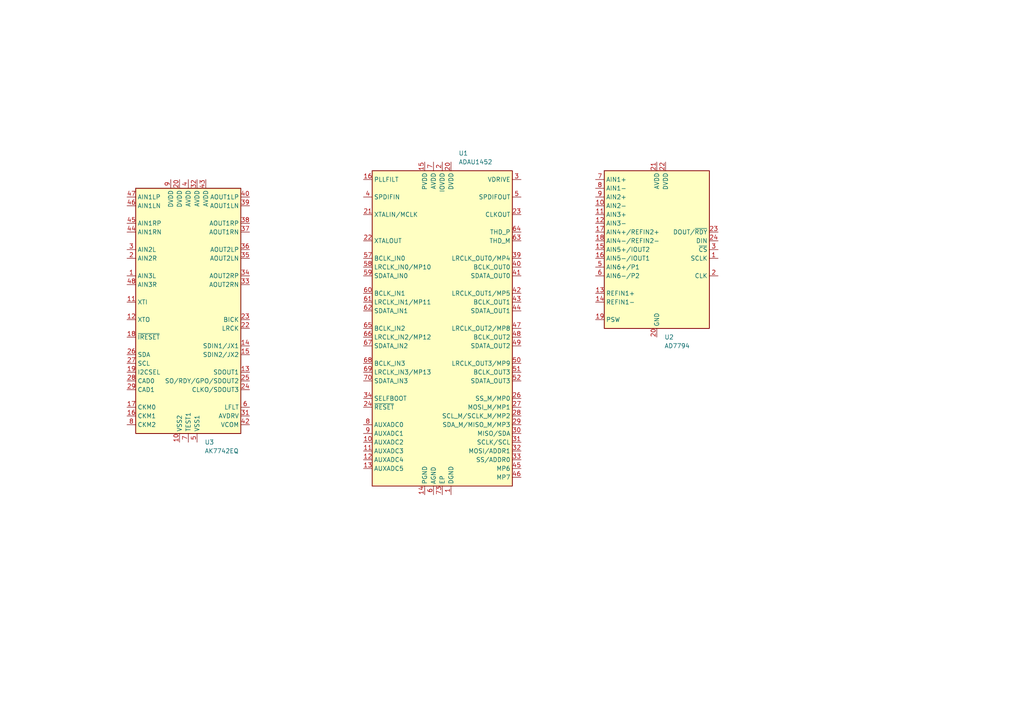
<source format=kicad_sch>
(kicad_sch (version 20230121) (generator eeschema)
  (paper "A4")
  (lib_symbols
    (symbol "Analog_ADC:AD7794"
      (property "Reference" "U" (at -15.24 24.13 0))
      (property "Value" "AD7794" (at 7.62 24.13 0))
      (symbol "AD7794_0_1"
        (rectangle (start -15.24 22.86) (end 15.24 -22.86) (stroke (width 0.254)) (fill (type background)))
      )
      (symbol "AD7794_1_1"
        (pin input line (at 17.78 -2.54 180) (length 2.54) (name "SCLK") (number "1"))
        (pin input line (at -17.78 12.7 0) (length 2.54) (name "AIN2-") (number "10"))
        (pin input line (at -17.78 10.16 0) (length 2.54) (name "AIN3+") (number "11"))
        (pin input line (at -17.78 7.62 0) (length 2.54) (name "AIN3-") (number "12"))
        (pin input line (at -17.78 -12.7 0) (length 2.54) (name "REFIN1+") (number "13"))
        (pin input line (at -17.78 -15.24 0) (length 2.54) (name "REFIN1-") (number "14"))
        (pin input line (at -17.78 0 0) (length 2.54) (name "AIN5+/IOUT2") (number "15"))
        (pin input line (at -17.78 -2.54 0) (length 2.54) (name "AIN5-/IOUT1") (number "16"))
        (pin input line (at -17.78 5.08 0) (length 2.54) (name "AIN4+/REFIN2+") (number "17"))
        (pin input line (at -17.78 2.54 0) (length 2.54) (name "AIN4-/REFIN2-") (number "18"))
        (pin passive line (at -17.78 -20.32 0) (length 2.54) (name "PSW") (number "19"))
        (pin bidirectional line (at 17.78 -7.62 180) (length 2.54) (name "CLK") (number "2"))
        (pin power_in line (at 0 -25.4 90) (length 2.54) (name "GND") (number "20"))
        (pin power_in line (at 0 25.4 270) (length 2.54) (name "AVDD") (number "21"))
        (pin power_in line (at 2.54 25.4 270) (length 2.54) (name "DVDD") (number "22"))
        (pin output line (at 17.78 5.08 180) (length 2.54) (name "DOUT/~{RDY}") (number "23"))
        (pin input line (at 17.78 2.54 180) (length 2.54) (name "DIN") (number "24"))
        (pin input line (at 17.78 0 180) (length 2.54) (name "~{CS}") (number "3"))
        (pin no_connect line (at 15.24 -20.32 180) (length 2.54) hide (name "NC") (number "4"))
        (pin input line (at -17.78 -5.08 0) (length 2.54) (name "AIN6+/P1") (number "5"))
        (pin input line (at -17.78 -7.62 0) (length 2.54) (name "AIN6-/P2") (number "6"))
        (pin input line (at -17.78 20.32 0) (length 2.54) (name "AIN1+") (number "7"))
        (pin input line (at -17.78 17.78 0) (length 2.54) (name "AIN1-") (number "8"))
        (pin input line (at -17.78 15.24 0) (length 2.54) (name "AIN2+") (number "9"))
      )
    )
    (symbol "Audio:AK7742EQ"
      (property "Reference" "U" (at -15.24 36.83 0))
      (property "Value" "AK7742EQ" (at 13.97 36.83 0))
      (symbol "AK7742EQ_0_1"
        (rectangle (start -15.24 35.56) (end 15.24 -35.56) (stroke (width 0.254)) (fill (type background)))
      )
      (symbol "AK7742EQ_1_1"
        (pin input line (at -17.78 10.16 0) (length 2.54) (name "AIN3L") (number "1"))
        (pin power_in line (at -2.54 -38.1 90) (length 2.54) (name "VSS2") (number "10"))
        (pin input line (at -17.78 2.54 0) (length 2.54) (name "XTI") (number "11"))
        (pin output line (at -17.78 -2.54 0) (length 2.54) (name "XTO") (number "12"))
        (pin output line (at 17.78 -17.78 180) (length 2.54) (name "SDOUT1") (number "13"))
        (pin input line (at 17.78 -10.16 180) (length 2.54) (name "SDIN1/JX1") (number "14"))
        (pin input line (at 17.78 -12.7 180) (length 2.54) (name "SDIN2/JX2") (number "15"))
        (pin input line (at -17.78 -30.48 0) (length 2.54) (name "CKM1") (number "16"))
        (pin input line (at -17.78 -27.94 0) (length 2.54) (name "CKM0") (number "17"))
        (pin input line (at -17.78 -7.62 0) (length 2.54) (name "~{IRESET}") (number "18"))
        (pin input line (at -17.78 -17.78 0) (length 2.54) (name "I2CSEL") (number "19"))
        (pin input line (at -17.78 15.24 0) (length 2.54) (name "AIN2R") (number "2"))
        (pin power_in line (at -2.54 38.1 270) (length 2.54) (name "DVDD") (number "20"))
        (pin passive line (at -2.54 -38.1 90) (length 2.54) hide (name "VSS2") (number "21"))
        (pin bidirectional line (at 17.78 -5.08 180) (length 2.54) (name "LRCK") (number "22"))
        (pin bidirectional line (at 17.78 -2.54 180) (length 2.54) (name "BICK") (number "23"))
        (pin output line (at 17.78 -22.86 180) (length 2.54) (name "CLKO/SDOUT3") (number "24"))
        (pin output line (at 17.78 -20.32 180) (length 2.54) (name "SO/RDY/GPO/SDOUT2") (number "25"))
        (pin bidirectional line (at -17.78 -12.7 0) (length 2.54) (name "SDA") (number "26"))
        (pin input line (at -17.78 -15.24 0) (length 2.54) (name "SCL") (number "27"))
        (pin input line (at -17.78 -20.32 0) (length 2.54) (name "CAD0") (number "28"))
        (pin input line (at -17.78 -22.86 0) (length 2.54) (name "CAD1") (number "29"))
        (pin input line (at -17.78 17.78 0) (length 2.54) (name "AIN2L") (number "3"))
        (pin passive line (at 2.54 -38.1 90) (length 2.54) hide (name "VSS1") (number "30"))
        (pin passive line (at 17.78 -30.48 180) (length 2.54) (name "AVDRV") (number "31"))
        (pin power_in line (at 2.54 38.1 270) (length 2.54) (name "AVDD") (number "32"))
        (pin output line (at 17.78 7.62 180) (length 2.54) (name "AOUT2RN") (number "33"))
        (pin output line (at 17.78 10.16 180) (length 2.54) (name "AOUT2RP") (number "34"))
        (pin output line (at 17.78 15.24 180) (length 2.54) (name "AOUT2LN") (number "35"))
        (pin output line (at 17.78 17.78 180) (length 2.54) (name "AOUT2LP") (number "36"))
        (pin output line (at 17.78 22.86 180) (length 2.54) (name "AOUT1RN") (number "37"))
        (pin output line (at 17.78 25.4 180) (length 2.54) (name "AOUT1RP") (number "38"))
        (pin output line (at 17.78 30.48 180) (length 2.54) (name "AOUT1LN") (number "39"))
        (pin power_in line (at 0 38.1 270) (length 2.54) (name "AVDD") (number "4"))
        (pin output line (at 17.78 33.02 180) (length 2.54) (name "AOUT1LP") (number "40"))
        (pin passive line (at 2.54 -38.1 90) (length 2.54) hide (name "VSS1") (number "41"))
        (pin passive line (at 17.78 -33.02 180) (length 2.54) (name "VCOM") (number "42"))
        (pin power_in line (at 5.08 38.1 270) (length 2.54) (name "AVDD") (number "43"))
        (pin input line (at -17.78 22.86 0) (length 2.54) (name "AIN1RN") (number "44"))
        (pin input line (at -17.78 25.4 0) (length 2.54) (name "AIN1RP") (number "45"))
        (pin input line (at -17.78 30.48 0) (length 2.54) (name "AIN1LN") (number "46"))
        (pin input line (at -17.78 33.02 0) (length 2.54) (name "AIN1LP") (number "47"))
        (pin input line (at -17.78 7.62 0) (length 2.54) (name "AIN3R") (number "48"))
        (pin power_in line (at 2.54 -38.1 90) (length 2.54) (name "VSS1") (number "5"))
        (pin passive line (at 17.78 -27.94 180) (length 2.54) (name "LFLT") (number "6"))
        (pin passive line (at 0 -38.1 90) (length 2.54) (name "TEST1") (number "7"))
        (pin input line (at -17.78 -33.02 0) (length 2.54) (name "CKM2") (number "8"))
        (pin power_in line (at -5.08 38.1 270) (length 2.54) (name "DVDD") (number "9"))
      )
    )
    (symbol "DSP_AnalogDevices:ADAU1452"
      (property "Reference" "U" (at -17.78 46.99 0))
      (property "Value" "ADAU1452" (at 15.24 46.99 0))
      (symbol "ADAU1452_0_1"
        (rectangle (start -20.32 45.72) (end 20.32 -45.72) (stroke (width 0.254)) (fill (type background)))
      )
      (symbol "ADAU1452_1_1"
        (pin power_in line (at 2.54 -48.26 90) (length 2.54) (name "DGND") (number "1"))
        (pin input line (at -22.86 -33.02 0) (length 2.54) (name "AUXADC2") (number "10"))
        (pin input line (at -22.86 -35.56 0) (length 2.54) (name "AUXADC3") (number "11"))
        (pin input line (at -22.86 -38.1 0) (length 2.54) (name "AUXADC4") (number "12"))
        (pin input line (at -22.86 -40.64 0) (length 2.54) (name "AUXADC5") (number "13"))
        (pin power_in line (at -5.08 -48.26 90) (length 2.54) (name "PGND") (number "14"))
        (pin power_in line (at -5.08 48.26 270) (length 2.54) (name "PVDD") (number "15"))
        (pin passive line (at -22.86 43.18 0) (length 2.54) (name "PLLFILT") (number "16"))
        (pin passive line (at 2.54 -48.26 90) (length 2.54) hide (name "DGND") (number "17"))
        (pin passive line (at 0 48.26 270) (length 2.54) hide (name "IOVDD") (number "18"))
        (pin passive line (at 2.54 -48.26 90) (length 2.54) hide (name "DGND") (number "19"))
        (pin power_in line (at 0 48.26 270) (length 2.54) (name "IOVDD") (number "2"))
        (pin power_in line (at 2.54 48.26 270) (length 2.54) (name "DVDD") (number "20"))
        (pin input line (at -22.86 33.02 0) (length 2.54) (name "XTALIN/MCLK") (number "21"))
        (pin output line (at -22.86 25.4 0) (length 2.54) (name "XTALOUT") (number "22"))
        (pin output line (at 22.86 33.02 180) (length 2.54) (name "CLKOUT") (number "23"))
        (pin input line (at -22.86 -22.86 0) (length 2.54) (name "~{RESET}") (number "24"))
        (pin passive line (at 2.54 -48.26 90) (length 2.54) hide (name "DGND") (number "25"))
        (pin bidirectional line (at 22.86 -20.32 180) (length 2.54) (name "SS_M/MP0") (number "26"))
        (pin bidirectional line (at 22.86 -22.86 180) (length 2.54) (name "MOSI_M/MP1") (number "27"))
        (pin bidirectional line (at 22.86 -25.4 180) (length 2.54) (name "SCL_M/SCLK_M/MP2") (number "28"))
        (pin bidirectional line (at 22.86 -27.94 180) (length 2.54) (name "SDA_M/MISO_M/MP3") (number "29"))
        (pin output line (at 22.86 43.18 180) (length 2.54) (name "VDRIVE") (number "3"))
        (pin bidirectional line (at 22.86 -30.48 180) (length 2.54) (name "MISO/SDA") (number "30"))
        (pin input line (at 22.86 -33.02 180) (length 2.54) (name "SCLK/SCL") (number "31"))
        (pin input line (at 22.86 -35.56 180) (length 2.54) (name "MOSI/ADDR1") (number "32"))
        (pin input line (at 22.86 -38.1 180) (length 2.54) (name "SS/ADDR0") (number "33"))
        (pin input line (at -22.86 -20.32 0) (length 2.54) (name "SELFBOOT") (number "34"))
        (pin passive line (at 2.54 48.26 270) (length 2.54) hide (name "DVDD") (number "35"))
        (pin passive line (at 2.54 -48.26 90) (length 2.54) hide (name "DGND") (number "36"))
        (pin passive line (at 2.54 -48.26 90) (length 2.54) hide (name "DGND") (number "37"))
        (pin passive line (at 0 48.26 270) (length 2.54) hide (name "IOVDD") (number "38"))
        (pin bidirectional line (at 22.86 20.32 180) (length 2.54) (name "LRCLK_OUT0/MP4") (number "39"))
        (pin input line (at -22.86 38.1 0) (length 2.54) (name "SPDIFIN") (number "4"))
        (pin bidirectional line (at 22.86 17.78 180) (length 2.54) (name "BCLK_OUT0") (number "40"))
        (pin output line (at 22.86 15.24 180) (length 2.54) (name "SDATA_OUT0") (number "41"))
        (pin bidirectional line (at 22.86 10.16 180) (length 2.54) (name "LRCLK_OUT1/MP5") (number "42"))
        (pin bidirectional line (at 22.86 7.62 180) (length 2.54) (name "BCLK_OUT1") (number "43"))
        (pin output line (at 22.86 5.08 180) (length 2.54) (name "SDATA_OUT1") (number "44"))
        (pin bidirectional line (at 22.86 -40.64 180) (length 2.54) (name "MP6") (number "45"))
        (pin bidirectional line (at 22.86 -43.18 180) (length 2.54) (name "MP7") (number "46"))
        (pin bidirectional line (at 22.86 0 180) (length 2.54) (name "LRCLK_OUT2/MP8") (number "47"))
        (pin bidirectional line (at 22.86 -2.54 180) (length 2.54) (name "BCLK_OUT2") (number "48"))
        (pin output line (at 22.86 -5.08 180) (length 2.54) (name "SDATA_OUT2") (number "49"))
        (pin output line (at 22.86 38.1 180) (length 2.54) (name "SPDIFOUT") (number "5"))
        (pin bidirectional line (at 22.86 -10.16 180) (length 2.54) (name "LRCLK_OUT3/MP9") (number "50"))
        (pin bidirectional line (at 22.86 -12.7 180) (length 2.54) (name "BCLK_OUT3") (number "51"))
        (pin output line (at 22.86 -15.24 180) (length 2.54) (name "SDATA_OUT3") (number "52"))
        (pin passive line (at 2.54 48.26 270) (length 2.54) hide (name "DVDD") (number "53"))
        (pin passive line (at 2.54 -48.26 90) (length 2.54) hide (name "DGND") (number "54"))
        (pin passive line (at 2.54 -48.26 90) (length 2.54) hide (name "DGND") (number "55"))
        (pin passive line (at 0 48.26 270) (length 2.54) hide (name "IOVDD") (number "56"))
        (pin bidirectional line (at -22.86 20.32 0) (length 2.54) (name "BCLK_IN0") (number "57"))
        (pin bidirectional line (at -22.86 17.78 0) (length 2.54) (name "LRCLK_IN0/MP10") (number "58"))
        (pin input line (at -22.86 15.24 0) (length 2.54) (name "SDATA_IN0") (number "59"))
        (pin power_in line (at -2.54 -48.26 90) (length 2.54) (name "AGND") (number "6"))
        (pin bidirectional line (at -22.86 10.16 0) (length 2.54) (name "BCLK_IN1") (number "60"))
        (pin bidirectional line (at -22.86 7.62 0) (length 2.54) (name "LRCLK_IN1/MP11") (number "61"))
        (pin input line (at -22.86 5.08 0) (length 2.54) (name "SDATA_IN1") (number "62"))
        (pin passive line (at 22.86 25.4 180) (length 2.54) (name "THD_M") (number "63"))
        (pin passive line (at 22.86 27.94 180) (length 2.54) (name "THD_P") (number "64"))
        (pin bidirectional line (at -22.86 0 0) (length 2.54) (name "BCLK_IN2") (number "65"))
        (pin bidirectional line (at -22.86 -2.54 0) (length 2.54) (name "LRCLK_IN2/MP12") (number "66"))
        (pin input line (at -22.86 -5.08 0) (length 2.54) (name "SDATA_IN2") (number "67"))
        (pin bidirectional line (at -22.86 -10.16 0) (length 2.54) (name "BCLK_IN3") (number "68"))
        (pin bidirectional line (at -22.86 -12.7 0) (length 2.54) (name "LRCLK_IN3/MP13") (number "69"))
        (pin power_in line (at -2.54 48.26 270) (length 2.54) (name "AVDD") (number "7"))
        (pin input line (at -22.86 -15.24 0) (length 2.54) (name "SDATA_IN3") (number "70"))
        (pin passive line (at 2.54 48.26 270) (length 2.54) hide (name "DVDD") (number "71"))
        (pin passive line (at 2.54 -48.26 90) (length 2.54) hide (name "DGND") (number "72"))
        (pin power_in line (at 0 -48.26 90) (length 2.54) (name "EP") (number "73"))
        (pin input line (at -22.86 -27.94 0) (length 2.54) (name "AUXADC0") (number "8"))
        (pin input line (at -22.86 -30.48 0) (length 2.54) (name "AUXADC1") (number "9"))
      )
    )
  )
  (symbol (lib_id "DSP_AnalogDevices:ADAU1452") (at 128.27 95.25 0) (unit 1)
    (property "Reference" "U1" (at 133.0041 44.45 0) (effects (justify left)))
    (property "Value" "ADAU1452" (at 133.0041 46.99 0) (effects (justify left)))
    (property "Footprint" "Package_CSP:LFCSP-72-1EP_10x10mm_P0.5mm_EP5.3x5.3mm" (effects hide))
    (property "Datasheet" "https://www.analog.com/media/en/technical-documentation/data-sheets/ADAU1452_1451_1450.pdf" (effects hide))
  )
  (symbol (lib_id "Analog_ADC:AD7794") (at 190.5 72.39 0) (unit 1)
    (property "Reference" "U2" (at 192.6941 97.79 0) (effects (justify left)))
    (property "Value" "AD7794" (at 192.6941 100.33 0) (effects (justify left)))
    (property "Footprint" "Package_SO:TSSOP-24_4.4x7.8mm_P0.65mm" (effects hide))
    (property "Datasheet" "https://www.analog.com/media/en/technical-documentation/data-sheets/AD7794_7795.pdf" (effects hide))
  )
  (symbol (lib_id "Audio:AK7742EQ") (at 54.61 90.17 0) (unit 1)
    (property "Reference" "U3" (at 59.3441 128.27 0) (effects (justify left)))
    (property "Value" "AK7742EQ" (at 59.3441 130.81 0) (effects (justify left)))
    (property "Footprint" "Package_QFP:LQFP-48_7x7mm_P0.5mm" (effects hide))
    (property "Datasheet" "https://www.akm.com/akm/en/file/datasheet/AK7742EQ.pdf" (effects hide))
  )
)
</source>
